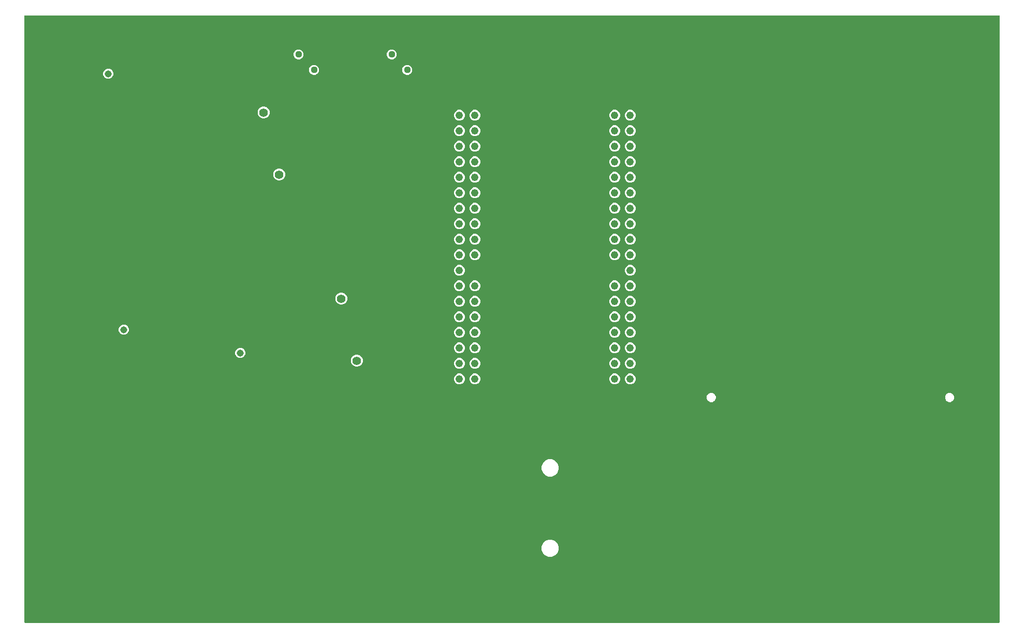
<source format=gbr>
G04 EAGLE Gerber RS-274X export*
G75*
%MOMM*%
%FSLAX34Y34*%
%LPD*%
%INCopper Layer 2*%
%IPPOS*%
%AMOC8*
5,1,8,0,0,1.08239X$1,22.5*%
G01*
%ADD10C,1.137919*%
%ADD11C,1.422400*%
%ADD12C,1.120000*%
%ADD13C,1.244600*%

G36*
X1596308Y2556D02*
X1596308Y2556D01*
X1596427Y2563D01*
X1596465Y2576D01*
X1596506Y2581D01*
X1596616Y2624D01*
X1596729Y2661D01*
X1596764Y2683D01*
X1596801Y2698D01*
X1596897Y2767D01*
X1596998Y2831D01*
X1597026Y2861D01*
X1597059Y2884D01*
X1597135Y2976D01*
X1597216Y3063D01*
X1597236Y3098D01*
X1597261Y3129D01*
X1597312Y3237D01*
X1597370Y3341D01*
X1597380Y3381D01*
X1597397Y3417D01*
X1597419Y3534D01*
X1597449Y3649D01*
X1597453Y3709D01*
X1597457Y3729D01*
X1597455Y3750D01*
X1597459Y3810D01*
X1597459Y996190D01*
X1597444Y996308D01*
X1597437Y996427D01*
X1597424Y996465D01*
X1597419Y996506D01*
X1597376Y996616D01*
X1597339Y996729D01*
X1597317Y996764D01*
X1597302Y996801D01*
X1597233Y996897D01*
X1597169Y996998D01*
X1597139Y997026D01*
X1597116Y997059D01*
X1597024Y997135D01*
X1596937Y997216D01*
X1596902Y997236D01*
X1596871Y997261D01*
X1596763Y997312D01*
X1596659Y997370D01*
X1596619Y997380D01*
X1596583Y997397D01*
X1596466Y997419D01*
X1596351Y997449D01*
X1596291Y997453D01*
X1596271Y997457D01*
X1596250Y997455D01*
X1596190Y997459D01*
X3810Y997459D01*
X3692Y997444D01*
X3573Y997437D01*
X3535Y997424D01*
X3494Y997419D01*
X3384Y997376D01*
X3271Y997339D01*
X3236Y997317D01*
X3199Y997302D01*
X3103Y997233D01*
X3002Y997169D01*
X2974Y997139D01*
X2941Y997116D01*
X2865Y997024D01*
X2784Y996937D01*
X2764Y996902D01*
X2739Y996871D01*
X2688Y996763D01*
X2630Y996659D01*
X2620Y996619D01*
X2603Y996583D01*
X2581Y996466D01*
X2551Y996351D01*
X2547Y996291D01*
X2543Y996271D01*
X2545Y996250D01*
X2541Y996190D01*
X2541Y3810D01*
X2556Y3692D01*
X2563Y3573D01*
X2576Y3535D01*
X2581Y3494D01*
X2624Y3384D01*
X2661Y3271D01*
X2683Y3236D01*
X2698Y3199D01*
X2767Y3103D01*
X2831Y3002D01*
X2861Y2974D01*
X2884Y2941D01*
X2976Y2865D01*
X3063Y2784D01*
X3098Y2764D01*
X3129Y2739D01*
X3237Y2688D01*
X3341Y2630D01*
X3381Y2620D01*
X3417Y2603D01*
X3534Y2581D01*
X3649Y2551D01*
X3709Y2547D01*
X3729Y2543D01*
X3750Y2545D01*
X3810Y2541D01*
X1596190Y2541D01*
X1596308Y2556D01*
G37*
%LPC*%
G36*
X859607Y242159D02*
X859607Y242159D01*
X854447Y244297D01*
X850497Y248247D01*
X848359Y253407D01*
X848359Y258993D01*
X850497Y264153D01*
X854447Y268103D01*
X859607Y270241D01*
X865193Y270241D01*
X870353Y268103D01*
X874303Y264153D01*
X876441Y258993D01*
X876441Y253407D01*
X874303Y248247D01*
X870353Y244297D01*
X865193Y242159D01*
X859607Y242159D01*
G37*
%LPD*%
%LPC*%
G36*
X859607Y110759D02*
X859607Y110759D01*
X854447Y112897D01*
X850497Y116847D01*
X848359Y122007D01*
X848359Y127593D01*
X850497Y132753D01*
X854447Y136703D01*
X859607Y138841D01*
X865193Y138841D01*
X870353Y136703D01*
X874303Y132753D01*
X876441Y127593D01*
X876441Y122007D01*
X874303Y116847D01*
X870353Y112897D01*
X865193Y110759D01*
X859607Y110759D01*
G37*
%LPD*%
%LPC*%
G36*
X417180Y726947D02*
X417180Y726947D01*
X413632Y728417D01*
X410917Y731132D01*
X409447Y734680D01*
X409447Y738520D01*
X410917Y742068D01*
X413632Y744783D01*
X417180Y746253D01*
X421020Y746253D01*
X424568Y744783D01*
X427283Y742068D01*
X428753Y738520D01*
X428753Y734680D01*
X427283Y731132D01*
X424568Y728417D01*
X421020Y726947D01*
X417180Y726947D01*
G37*
%LPD*%
%LPC*%
G36*
X544180Y422147D02*
X544180Y422147D01*
X540632Y423617D01*
X537917Y426332D01*
X536447Y429880D01*
X536447Y433720D01*
X537917Y437268D01*
X540632Y439983D01*
X544180Y441453D01*
X548020Y441453D01*
X551568Y439983D01*
X554283Y437268D01*
X555753Y433720D01*
X555753Y429880D01*
X554283Y426332D01*
X551568Y423617D01*
X548020Y422147D01*
X544180Y422147D01*
G37*
%LPD*%
%LPC*%
G36*
X518780Y523747D02*
X518780Y523747D01*
X515232Y525217D01*
X512517Y527932D01*
X511047Y531480D01*
X511047Y535320D01*
X512517Y538868D01*
X515232Y541583D01*
X518780Y543053D01*
X522620Y543053D01*
X526168Y541583D01*
X528883Y538868D01*
X530353Y535320D01*
X530353Y531480D01*
X528883Y527932D01*
X526168Y525217D01*
X522620Y523747D01*
X518780Y523747D01*
G37*
%LPD*%
%LPC*%
G36*
X391780Y828547D02*
X391780Y828547D01*
X388232Y830017D01*
X385517Y832732D01*
X384047Y836280D01*
X384047Y840120D01*
X385517Y843668D01*
X388232Y846383D01*
X391780Y847853D01*
X395620Y847853D01*
X399168Y846383D01*
X401883Y843668D01*
X403353Y840120D01*
X403353Y836280D01*
X401883Y832732D01*
X399168Y830017D01*
X395620Y828547D01*
X391780Y828547D01*
G37*
%LPD*%
%LPC*%
G36*
X966257Y418636D02*
X966257Y418636D01*
X963036Y419970D01*
X960570Y422436D01*
X959236Y425657D01*
X959236Y429143D01*
X960570Y432364D01*
X963036Y434830D01*
X966257Y436164D01*
X969743Y436164D01*
X972964Y434830D01*
X975430Y432364D01*
X976764Y429143D01*
X976764Y425657D01*
X975430Y422436D01*
X972964Y419970D01*
X969743Y418636D01*
X966257Y418636D01*
G37*
%LPD*%
%LPC*%
G36*
X991657Y825036D02*
X991657Y825036D01*
X988436Y826370D01*
X985970Y828836D01*
X984636Y832057D01*
X984636Y835543D01*
X985970Y838764D01*
X988436Y841230D01*
X991657Y842564D01*
X995143Y842564D01*
X998364Y841230D01*
X1000830Y838764D01*
X1002164Y835543D01*
X1002164Y832057D01*
X1000830Y828836D01*
X998364Y826370D01*
X995143Y825036D01*
X991657Y825036D01*
G37*
%LPD*%
%LPC*%
G36*
X966257Y825036D02*
X966257Y825036D01*
X963036Y826370D01*
X960570Y828836D01*
X959236Y832057D01*
X959236Y835543D01*
X960570Y838764D01*
X963036Y841230D01*
X966257Y842564D01*
X969743Y842564D01*
X972964Y841230D01*
X975430Y838764D01*
X976764Y835543D01*
X976764Y832057D01*
X975430Y828836D01*
X972964Y826370D01*
X969743Y825036D01*
X966257Y825036D01*
G37*
%LPD*%
%LPC*%
G36*
X737657Y825036D02*
X737657Y825036D01*
X734436Y826370D01*
X731970Y828836D01*
X730636Y832057D01*
X730636Y835543D01*
X731970Y838764D01*
X734436Y841230D01*
X737657Y842564D01*
X741143Y842564D01*
X744364Y841230D01*
X746830Y838764D01*
X748164Y835543D01*
X748164Y832057D01*
X746830Y828836D01*
X744364Y826370D01*
X741143Y825036D01*
X737657Y825036D01*
G37*
%LPD*%
%LPC*%
G36*
X712257Y825036D02*
X712257Y825036D01*
X709036Y826370D01*
X706570Y828836D01*
X705236Y832057D01*
X705236Y835543D01*
X706570Y838764D01*
X709036Y841230D01*
X712257Y842564D01*
X715743Y842564D01*
X718964Y841230D01*
X721430Y838764D01*
X722764Y835543D01*
X722764Y832057D01*
X721430Y828836D01*
X718964Y826370D01*
X715743Y825036D01*
X712257Y825036D01*
G37*
%LPD*%
%LPC*%
G36*
X737657Y799636D02*
X737657Y799636D01*
X734436Y800970D01*
X731970Y803436D01*
X730636Y806657D01*
X730636Y810143D01*
X731970Y813364D01*
X734436Y815830D01*
X737657Y817164D01*
X741143Y817164D01*
X744364Y815830D01*
X746830Y813364D01*
X748164Y810143D01*
X748164Y806657D01*
X746830Y803436D01*
X744364Y800970D01*
X741143Y799636D01*
X737657Y799636D01*
G37*
%LPD*%
%LPC*%
G36*
X712257Y799636D02*
X712257Y799636D01*
X709036Y800970D01*
X706570Y803436D01*
X705236Y806657D01*
X705236Y810143D01*
X706570Y813364D01*
X709036Y815830D01*
X712257Y817164D01*
X715743Y817164D01*
X718964Y815830D01*
X721430Y813364D01*
X722764Y810143D01*
X722764Y806657D01*
X721430Y803436D01*
X718964Y800970D01*
X715743Y799636D01*
X712257Y799636D01*
G37*
%LPD*%
%LPC*%
G36*
X991657Y799636D02*
X991657Y799636D01*
X988436Y800970D01*
X985970Y803436D01*
X984636Y806657D01*
X984636Y810143D01*
X985970Y813364D01*
X988436Y815830D01*
X991657Y817164D01*
X995143Y817164D01*
X998364Y815830D01*
X1000830Y813364D01*
X1002164Y810143D01*
X1002164Y806657D01*
X1000830Y803436D01*
X998364Y800970D01*
X995143Y799636D01*
X991657Y799636D01*
G37*
%LPD*%
%LPC*%
G36*
X966257Y799636D02*
X966257Y799636D01*
X963036Y800970D01*
X960570Y803436D01*
X959236Y806657D01*
X959236Y810143D01*
X960570Y813364D01*
X963036Y815830D01*
X966257Y817164D01*
X969743Y817164D01*
X972964Y815830D01*
X975430Y813364D01*
X976764Y810143D01*
X976764Y806657D01*
X975430Y803436D01*
X972964Y800970D01*
X969743Y799636D01*
X966257Y799636D01*
G37*
%LPD*%
%LPC*%
G36*
X737657Y774236D02*
X737657Y774236D01*
X734436Y775570D01*
X731970Y778036D01*
X730636Y781257D01*
X730636Y784743D01*
X731970Y787964D01*
X734436Y790430D01*
X737657Y791764D01*
X741143Y791764D01*
X744364Y790430D01*
X746830Y787964D01*
X748164Y784743D01*
X748164Y781257D01*
X746830Y778036D01*
X744364Y775570D01*
X741143Y774236D01*
X737657Y774236D01*
G37*
%LPD*%
%LPC*%
G36*
X712257Y774236D02*
X712257Y774236D01*
X709036Y775570D01*
X706570Y778036D01*
X705236Y781257D01*
X705236Y784743D01*
X706570Y787964D01*
X709036Y790430D01*
X712257Y791764D01*
X715743Y791764D01*
X718964Y790430D01*
X721430Y787964D01*
X722764Y784743D01*
X722764Y781257D01*
X721430Y778036D01*
X718964Y775570D01*
X715743Y774236D01*
X712257Y774236D01*
G37*
%LPD*%
%LPC*%
G36*
X991657Y774236D02*
X991657Y774236D01*
X988436Y775570D01*
X985970Y778036D01*
X984636Y781257D01*
X984636Y784743D01*
X985970Y787964D01*
X988436Y790430D01*
X991657Y791764D01*
X995143Y791764D01*
X998364Y790430D01*
X1000830Y787964D01*
X1002164Y784743D01*
X1002164Y781257D01*
X1000830Y778036D01*
X998364Y775570D01*
X995143Y774236D01*
X991657Y774236D01*
G37*
%LPD*%
%LPC*%
G36*
X966257Y774236D02*
X966257Y774236D01*
X963036Y775570D01*
X960570Y778036D01*
X959236Y781257D01*
X959236Y784743D01*
X960570Y787964D01*
X963036Y790430D01*
X966257Y791764D01*
X969743Y791764D01*
X972964Y790430D01*
X975430Y787964D01*
X976764Y784743D01*
X976764Y781257D01*
X975430Y778036D01*
X972964Y775570D01*
X969743Y774236D01*
X966257Y774236D01*
G37*
%LPD*%
%LPC*%
G36*
X991657Y748836D02*
X991657Y748836D01*
X988436Y750170D01*
X985970Y752636D01*
X984636Y755857D01*
X984636Y759343D01*
X985970Y762564D01*
X988436Y765030D01*
X991657Y766364D01*
X995143Y766364D01*
X998364Y765030D01*
X1000830Y762564D01*
X1002164Y759343D01*
X1002164Y755857D01*
X1000830Y752636D01*
X998364Y750170D01*
X995143Y748836D01*
X991657Y748836D01*
G37*
%LPD*%
%LPC*%
G36*
X966257Y748836D02*
X966257Y748836D01*
X963036Y750170D01*
X960570Y752636D01*
X959236Y755857D01*
X959236Y759343D01*
X960570Y762564D01*
X963036Y765030D01*
X966257Y766364D01*
X969743Y766364D01*
X972964Y765030D01*
X975430Y762564D01*
X976764Y759343D01*
X976764Y755857D01*
X975430Y752636D01*
X972964Y750170D01*
X969743Y748836D01*
X966257Y748836D01*
G37*
%LPD*%
%LPC*%
G36*
X737657Y748836D02*
X737657Y748836D01*
X734436Y750170D01*
X731970Y752636D01*
X730636Y755857D01*
X730636Y759343D01*
X731970Y762564D01*
X734436Y765030D01*
X737657Y766364D01*
X741143Y766364D01*
X744364Y765030D01*
X746830Y762564D01*
X748164Y759343D01*
X748164Y755857D01*
X746830Y752636D01*
X744364Y750170D01*
X741143Y748836D01*
X737657Y748836D01*
G37*
%LPD*%
%LPC*%
G36*
X712257Y748836D02*
X712257Y748836D01*
X709036Y750170D01*
X706570Y752636D01*
X705236Y755857D01*
X705236Y759343D01*
X706570Y762564D01*
X709036Y765030D01*
X712257Y766364D01*
X715743Y766364D01*
X718964Y765030D01*
X721430Y762564D01*
X722764Y759343D01*
X722764Y755857D01*
X721430Y752636D01*
X718964Y750170D01*
X715743Y748836D01*
X712257Y748836D01*
G37*
%LPD*%
%LPC*%
G36*
X991657Y723436D02*
X991657Y723436D01*
X988436Y724770D01*
X985970Y727236D01*
X984636Y730457D01*
X984636Y733943D01*
X985970Y737164D01*
X988436Y739630D01*
X991657Y740964D01*
X995143Y740964D01*
X998364Y739630D01*
X1000830Y737164D01*
X1002164Y733943D01*
X1002164Y730457D01*
X1000830Y727236D01*
X998364Y724770D01*
X995143Y723436D01*
X991657Y723436D01*
G37*
%LPD*%
%LPC*%
G36*
X966257Y723436D02*
X966257Y723436D01*
X963036Y724770D01*
X960570Y727236D01*
X959236Y730457D01*
X959236Y733943D01*
X960570Y737164D01*
X963036Y739630D01*
X966257Y740964D01*
X969743Y740964D01*
X972964Y739630D01*
X975430Y737164D01*
X976764Y733943D01*
X976764Y730457D01*
X975430Y727236D01*
X972964Y724770D01*
X969743Y723436D01*
X966257Y723436D01*
G37*
%LPD*%
%LPC*%
G36*
X737657Y723436D02*
X737657Y723436D01*
X734436Y724770D01*
X731970Y727236D01*
X730636Y730457D01*
X730636Y733943D01*
X731970Y737164D01*
X734436Y739630D01*
X737657Y740964D01*
X741143Y740964D01*
X744364Y739630D01*
X746830Y737164D01*
X748164Y733943D01*
X748164Y730457D01*
X746830Y727236D01*
X744364Y724770D01*
X741143Y723436D01*
X737657Y723436D01*
G37*
%LPD*%
%LPC*%
G36*
X712257Y723436D02*
X712257Y723436D01*
X709036Y724770D01*
X706570Y727236D01*
X705236Y730457D01*
X705236Y733943D01*
X706570Y737164D01*
X709036Y739630D01*
X712257Y740964D01*
X715743Y740964D01*
X718964Y739630D01*
X721430Y737164D01*
X722764Y733943D01*
X722764Y730457D01*
X721430Y727236D01*
X718964Y724770D01*
X715743Y723436D01*
X712257Y723436D01*
G37*
%LPD*%
%LPC*%
G36*
X991657Y698036D02*
X991657Y698036D01*
X988436Y699370D01*
X985970Y701836D01*
X984636Y705057D01*
X984636Y708543D01*
X985970Y711764D01*
X988436Y714230D01*
X991657Y715564D01*
X995143Y715564D01*
X998364Y714230D01*
X1000830Y711764D01*
X1002164Y708543D01*
X1002164Y705057D01*
X1000830Y701836D01*
X998364Y699370D01*
X995143Y698036D01*
X991657Y698036D01*
G37*
%LPD*%
%LPC*%
G36*
X966257Y698036D02*
X966257Y698036D01*
X963036Y699370D01*
X960570Y701836D01*
X959236Y705057D01*
X959236Y708543D01*
X960570Y711764D01*
X963036Y714230D01*
X966257Y715564D01*
X969743Y715564D01*
X972964Y714230D01*
X975430Y711764D01*
X976764Y708543D01*
X976764Y705057D01*
X975430Y701836D01*
X972964Y699370D01*
X969743Y698036D01*
X966257Y698036D01*
G37*
%LPD*%
%LPC*%
G36*
X737657Y698036D02*
X737657Y698036D01*
X734436Y699370D01*
X731970Y701836D01*
X730636Y705057D01*
X730636Y708543D01*
X731970Y711764D01*
X734436Y714230D01*
X737657Y715564D01*
X741143Y715564D01*
X744364Y714230D01*
X746830Y711764D01*
X748164Y708543D01*
X748164Y705057D01*
X746830Y701836D01*
X744364Y699370D01*
X741143Y698036D01*
X737657Y698036D01*
G37*
%LPD*%
%LPC*%
G36*
X712257Y698036D02*
X712257Y698036D01*
X709036Y699370D01*
X706570Y701836D01*
X705236Y705057D01*
X705236Y708543D01*
X706570Y711764D01*
X709036Y714230D01*
X712257Y715564D01*
X715743Y715564D01*
X718964Y714230D01*
X721430Y711764D01*
X722764Y708543D01*
X722764Y705057D01*
X721430Y701836D01*
X718964Y699370D01*
X715743Y698036D01*
X712257Y698036D01*
G37*
%LPD*%
%LPC*%
G36*
X991657Y672636D02*
X991657Y672636D01*
X988436Y673970D01*
X985970Y676436D01*
X984636Y679657D01*
X984636Y683143D01*
X985970Y686364D01*
X988436Y688830D01*
X991657Y690164D01*
X995143Y690164D01*
X998364Y688830D01*
X1000830Y686364D01*
X1002164Y683143D01*
X1002164Y679657D01*
X1000830Y676436D01*
X998364Y673970D01*
X995143Y672636D01*
X991657Y672636D01*
G37*
%LPD*%
%LPC*%
G36*
X966257Y672636D02*
X966257Y672636D01*
X963036Y673970D01*
X960570Y676436D01*
X959236Y679657D01*
X959236Y683143D01*
X960570Y686364D01*
X963036Y688830D01*
X966257Y690164D01*
X969743Y690164D01*
X972964Y688830D01*
X975430Y686364D01*
X976764Y683143D01*
X976764Y679657D01*
X975430Y676436D01*
X972964Y673970D01*
X969743Y672636D01*
X966257Y672636D01*
G37*
%LPD*%
%LPC*%
G36*
X737657Y672636D02*
X737657Y672636D01*
X734436Y673970D01*
X731970Y676436D01*
X730636Y679657D01*
X730636Y683143D01*
X731970Y686364D01*
X734436Y688830D01*
X737657Y690164D01*
X741143Y690164D01*
X744364Y688830D01*
X746830Y686364D01*
X748164Y683143D01*
X748164Y679657D01*
X746830Y676436D01*
X744364Y673970D01*
X741143Y672636D01*
X737657Y672636D01*
G37*
%LPD*%
%LPC*%
G36*
X712257Y672636D02*
X712257Y672636D01*
X709036Y673970D01*
X706570Y676436D01*
X705236Y679657D01*
X705236Y683143D01*
X706570Y686364D01*
X709036Y688830D01*
X712257Y690164D01*
X715743Y690164D01*
X718964Y688830D01*
X721430Y686364D01*
X722764Y683143D01*
X722764Y679657D01*
X721430Y676436D01*
X718964Y673970D01*
X715743Y672636D01*
X712257Y672636D01*
G37*
%LPD*%
%LPC*%
G36*
X737657Y647236D02*
X737657Y647236D01*
X734436Y648570D01*
X731970Y651036D01*
X730636Y654257D01*
X730636Y657743D01*
X731970Y660964D01*
X734436Y663430D01*
X737657Y664764D01*
X741143Y664764D01*
X744364Y663430D01*
X746830Y660964D01*
X748164Y657743D01*
X748164Y654257D01*
X746830Y651036D01*
X744364Y648570D01*
X741143Y647236D01*
X737657Y647236D01*
G37*
%LPD*%
%LPC*%
G36*
X712257Y647236D02*
X712257Y647236D01*
X709036Y648570D01*
X706570Y651036D01*
X705236Y654257D01*
X705236Y657743D01*
X706570Y660964D01*
X709036Y663430D01*
X712257Y664764D01*
X715743Y664764D01*
X718964Y663430D01*
X721430Y660964D01*
X722764Y657743D01*
X722764Y654257D01*
X721430Y651036D01*
X718964Y648570D01*
X715743Y647236D01*
X712257Y647236D01*
G37*
%LPD*%
%LPC*%
G36*
X991657Y647236D02*
X991657Y647236D01*
X988436Y648570D01*
X985970Y651036D01*
X984636Y654257D01*
X984636Y657743D01*
X985970Y660964D01*
X988436Y663430D01*
X991657Y664764D01*
X995143Y664764D01*
X998364Y663430D01*
X1000830Y660964D01*
X1002164Y657743D01*
X1002164Y654257D01*
X1000830Y651036D01*
X998364Y648570D01*
X995143Y647236D01*
X991657Y647236D01*
G37*
%LPD*%
%LPC*%
G36*
X966257Y647236D02*
X966257Y647236D01*
X963036Y648570D01*
X960570Y651036D01*
X959236Y654257D01*
X959236Y657743D01*
X960570Y660964D01*
X963036Y663430D01*
X966257Y664764D01*
X969743Y664764D01*
X972964Y663430D01*
X975430Y660964D01*
X976764Y657743D01*
X976764Y654257D01*
X975430Y651036D01*
X972964Y648570D01*
X969743Y647236D01*
X966257Y647236D01*
G37*
%LPD*%
%LPC*%
G36*
X737657Y621836D02*
X737657Y621836D01*
X734436Y623170D01*
X731970Y625636D01*
X730636Y628857D01*
X730636Y632343D01*
X731970Y635564D01*
X734436Y638030D01*
X737657Y639364D01*
X741143Y639364D01*
X744364Y638030D01*
X746830Y635564D01*
X748164Y632343D01*
X748164Y628857D01*
X746830Y625636D01*
X744364Y623170D01*
X741143Y621836D01*
X737657Y621836D01*
G37*
%LPD*%
%LPC*%
G36*
X712257Y621836D02*
X712257Y621836D01*
X709036Y623170D01*
X706570Y625636D01*
X705236Y628857D01*
X705236Y632343D01*
X706570Y635564D01*
X709036Y638030D01*
X712257Y639364D01*
X715743Y639364D01*
X718964Y638030D01*
X721430Y635564D01*
X722764Y632343D01*
X722764Y628857D01*
X721430Y625636D01*
X718964Y623170D01*
X715743Y621836D01*
X712257Y621836D01*
G37*
%LPD*%
%LPC*%
G36*
X991657Y621836D02*
X991657Y621836D01*
X988436Y623170D01*
X985970Y625636D01*
X984636Y628857D01*
X984636Y632343D01*
X985970Y635564D01*
X988436Y638030D01*
X991657Y639364D01*
X995143Y639364D01*
X998364Y638030D01*
X1000830Y635564D01*
X1002164Y632343D01*
X1002164Y628857D01*
X1000830Y625636D01*
X998364Y623170D01*
X995143Y621836D01*
X991657Y621836D01*
G37*
%LPD*%
%LPC*%
G36*
X966257Y621836D02*
X966257Y621836D01*
X963036Y623170D01*
X960570Y625636D01*
X959236Y628857D01*
X959236Y632343D01*
X960570Y635564D01*
X963036Y638030D01*
X966257Y639364D01*
X969743Y639364D01*
X972964Y638030D01*
X975430Y635564D01*
X976764Y632343D01*
X976764Y628857D01*
X975430Y625636D01*
X972964Y623170D01*
X969743Y621836D01*
X966257Y621836D01*
G37*
%LPD*%
%LPC*%
G36*
X991657Y596436D02*
X991657Y596436D01*
X988436Y597770D01*
X985970Y600236D01*
X984636Y603457D01*
X984636Y606943D01*
X985970Y610164D01*
X988436Y612630D01*
X991657Y613964D01*
X995143Y613964D01*
X998364Y612630D01*
X1000830Y610164D01*
X1002164Y606943D01*
X1002164Y603457D01*
X1000830Y600236D01*
X998364Y597770D01*
X995143Y596436D01*
X991657Y596436D01*
G37*
%LPD*%
%LPC*%
G36*
X966257Y596436D02*
X966257Y596436D01*
X963036Y597770D01*
X960570Y600236D01*
X959236Y603457D01*
X959236Y606943D01*
X960570Y610164D01*
X963036Y612630D01*
X966257Y613964D01*
X969743Y613964D01*
X972964Y612630D01*
X975430Y610164D01*
X976764Y606943D01*
X976764Y603457D01*
X975430Y600236D01*
X972964Y597770D01*
X969743Y596436D01*
X966257Y596436D01*
G37*
%LPD*%
%LPC*%
G36*
X737657Y596436D02*
X737657Y596436D01*
X734436Y597770D01*
X731970Y600236D01*
X730636Y603457D01*
X730636Y606943D01*
X731970Y610164D01*
X734436Y612630D01*
X737657Y613964D01*
X741143Y613964D01*
X744364Y612630D01*
X746830Y610164D01*
X748164Y606943D01*
X748164Y603457D01*
X746830Y600236D01*
X744364Y597770D01*
X741143Y596436D01*
X737657Y596436D01*
G37*
%LPD*%
%LPC*%
G36*
X712257Y596436D02*
X712257Y596436D01*
X709036Y597770D01*
X706570Y600236D01*
X705236Y603457D01*
X705236Y606943D01*
X706570Y610164D01*
X709036Y612630D01*
X712257Y613964D01*
X715743Y613964D01*
X718964Y612630D01*
X721430Y610164D01*
X722764Y606943D01*
X722764Y603457D01*
X721430Y600236D01*
X718964Y597770D01*
X715743Y596436D01*
X712257Y596436D01*
G37*
%LPD*%
%LPC*%
G36*
X991657Y571036D02*
X991657Y571036D01*
X988436Y572370D01*
X985970Y574836D01*
X984636Y578057D01*
X984636Y581543D01*
X985970Y584764D01*
X988436Y587230D01*
X991657Y588564D01*
X995143Y588564D01*
X998364Y587230D01*
X1000830Y584764D01*
X1002164Y581543D01*
X1002164Y578057D01*
X1000830Y574836D01*
X998364Y572370D01*
X995143Y571036D01*
X991657Y571036D01*
G37*
%LPD*%
%LPC*%
G36*
X712257Y571036D02*
X712257Y571036D01*
X709036Y572370D01*
X706570Y574836D01*
X705236Y578057D01*
X705236Y581543D01*
X706570Y584764D01*
X709036Y587230D01*
X712257Y588564D01*
X715743Y588564D01*
X718964Y587230D01*
X721430Y584764D01*
X722764Y581543D01*
X722764Y578057D01*
X721430Y574836D01*
X718964Y572370D01*
X715743Y571036D01*
X712257Y571036D01*
G37*
%LPD*%
%LPC*%
G36*
X737657Y545636D02*
X737657Y545636D01*
X734436Y546970D01*
X731970Y549436D01*
X730636Y552657D01*
X730636Y556143D01*
X731970Y559364D01*
X734436Y561830D01*
X737657Y563164D01*
X741143Y563164D01*
X744364Y561830D01*
X746830Y559364D01*
X748164Y556143D01*
X748164Y552657D01*
X746830Y549436D01*
X744364Y546970D01*
X741143Y545636D01*
X737657Y545636D01*
G37*
%LPD*%
%LPC*%
G36*
X712257Y545636D02*
X712257Y545636D01*
X709036Y546970D01*
X706570Y549436D01*
X705236Y552657D01*
X705236Y556143D01*
X706570Y559364D01*
X709036Y561830D01*
X712257Y563164D01*
X715743Y563164D01*
X718964Y561830D01*
X721430Y559364D01*
X722764Y556143D01*
X722764Y552657D01*
X721430Y549436D01*
X718964Y546970D01*
X715743Y545636D01*
X712257Y545636D01*
G37*
%LPD*%
%LPC*%
G36*
X991657Y545636D02*
X991657Y545636D01*
X988436Y546970D01*
X985970Y549436D01*
X984636Y552657D01*
X984636Y556143D01*
X985970Y559364D01*
X988436Y561830D01*
X991657Y563164D01*
X995143Y563164D01*
X998364Y561830D01*
X1000830Y559364D01*
X1002164Y556143D01*
X1002164Y552657D01*
X1000830Y549436D01*
X998364Y546970D01*
X995143Y545636D01*
X991657Y545636D01*
G37*
%LPD*%
%LPC*%
G36*
X966257Y545636D02*
X966257Y545636D01*
X963036Y546970D01*
X960570Y549436D01*
X959236Y552657D01*
X959236Y556143D01*
X960570Y559364D01*
X963036Y561830D01*
X966257Y563164D01*
X969743Y563164D01*
X972964Y561830D01*
X975430Y559364D01*
X976764Y556143D01*
X976764Y552657D01*
X975430Y549436D01*
X972964Y546970D01*
X969743Y545636D01*
X966257Y545636D01*
G37*
%LPD*%
%LPC*%
G36*
X991657Y520236D02*
X991657Y520236D01*
X988436Y521570D01*
X985970Y524036D01*
X984636Y527257D01*
X984636Y530743D01*
X985970Y533964D01*
X988436Y536430D01*
X991657Y537764D01*
X995143Y537764D01*
X998364Y536430D01*
X1000830Y533964D01*
X1002164Y530743D01*
X1002164Y527257D01*
X1000830Y524036D01*
X998364Y521570D01*
X995143Y520236D01*
X991657Y520236D01*
G37*
%LPD*%
%LPC*%
G36*
X966257Y520236D02*
X966257Y520236D01*
X963036Y521570D01*
X960570Y524036D01*
X959236Y527257D01*
X959236Y530743D01*
X960570Y533964D01*
X963036Y536430D01*
X966257Y537764D01*
X969743Y537764D01*
X972964Y536430D01*
X975430Y533964D01*
X976764Y530743D01*
X976764Y527257D01*
X975430Y524036D01*
X972964Y521570D01*
X969743Y520236D01*
X966257Y520236D01*
G37*
%LPD*%
%LPC*%
G36*
X737657Y520236D02*
X737657Y520236D01*
X734436Y521570D01*
X731970Y524036D01*
X730636Y527257D01*
X730636Y530743D01*
X731970Y533964D01*
X734436Y536430D01*
X737657Y537764D01*
X741143Y537764D01*
X744364Y536430D01*
X746830Y533964D01*
X748164Y530743D01*
X748164Y527257D01*
X746830Y524036D01*
X744364Y521570D01*
X741143Y520236D01*
X737657Y520236D01*
G37*
%LPD*%
%LPC*%
G36*
X712257Y520236D02*
X712257Y520236D01*
X709036Y521570D01*
X706570Y524036D01*
X705236Y527257D01*
X705236Y530743D01*
X706570Y533964D01*
X709036Y536430D01*
X712257Y537764D01*
X715743Y537764D01*
X718964Y536430D01*
X721430Y533964D01*
X722764Y530743D01*
X722764Y527257D01*
X721430Y524036D01*
X718964Y521570D01*
X715743Y520236D01*
X712257Y520236D01*
G37*
%LPD*%
%LPC*%
G36*
X991657Y494836D02*
X991657Y494836D01*
X988436Y496170D01*
X985970Y498636D01*
X984636Y501857D01*
X984636Y505343D01*
X985970Y508564D01*
X988436Y511030D01*
X991657Y512364D01*
X995143Y512364D01*
X998364Y511030D01*
X1000830Y508564D01*
X1002164Y505343D01*
X1002164Y501857D01*
X1000830Y498636D01*
X998364Y496170D01*
X995143Y494836D01*
X991657Y494836D01*
G37*
%LPD*%
%LPC*%
G36*
X966257Y494836D02*
X966257Y494836D01*
X963036Y496170D01*
X960570Y498636D01*
X959236Y501857D01*
X959236Y505343D01*
X960570Y508564D01*
X963036Y511030D01*
X966257Y512364D01*
X969743Y512364D01*
X972964Y511030D01*
X975430Y508564D01*
X976764Y505343D01*
X976764Y501857D01*
X975430Y498636D01*
X972964Y496170D01*
X969743Y494836D01*
X966257Y494836D01*
G37*
%LPD*%
%LPC*%
G36*
X737657Y494836D02*
X737657Y494836D01*
X734436Y496170D01*
X731970Y498636D01*
X730636Y501857D01*
X730636Y505343D01*
X731970Y508564D01*
X734436Y511030D01*
X737657Y512364D01*
X741143Y512364D01*
X744364Y511030D01*
X746830Y508564D01*
X748164Y505343D01*
X748164Y501857D01*
X746830Y498636D01*
X744364Y496170D01*
X741143Y494836D01*
X737657Y494836D01*
G37*
%LPD*%
%LPC*%
G36*
X712257Y494836D02*
X712257Y494836D01*
X709036Y496170D01*
X706570Y498636D01*
X705236Y501857D01*
X705236Y505343D01*
X706570Y508564D01*
X709036Y511030D01*
X712257Y512364D01*
X715743Y512364D01*
X718964Y511030D01*
X721430Y508564D01*
X722764Y505343D01*
X722764Y501857D01*
X721430Y498636D01*
X718964Y496170D01*
X715743Y494836D01*
X712257Y494836D01*
G37*
%LPD*%
%LPC*%
G36*
X737657Y469436D02*
X737657Y469436D01*
X734436Y470770D01*
X731970Y473236D01*
X730636Y476457D01*
X730636Y479943D01*
X731970Y483164D01*
X734436Y485630D01*
X737657Y486964D01*
X741143Y486964D01*
X744364Y485630D01*
X746830Y483164D01*
X748164Y479943D01*
X748164Y476457D01*
X746830Y473236D01*
X744364Y470770D01*
X741143Y469436D01*
X737657Y469436D01*
G37*
%LPD*%
%LPC*%
G36*
X991657Y469436D02*
X991657Y469436D01*
X988436Y470770D01*
X985970Y473236D01*
X984636Y476457D01*
X984636Y479943D01*
X985970Y483164D01*
X988436Y485630D01*
X991657Y486964D01*
X995143Y486964D01*
X998364Y485630D01*
X1000830Y483164D01*
X1002164Y479943D01*
X1002164Y476457D01*
X1000830Y473236D01*
X998364Y470770D01*
X995143Y469436D01*
X991657Y469436D01*
G37*
%LPD*%
%LPC*%
G36*
X966257Y469436D02*
X966257Y469436D01*
X963036Y470770D01*
X960570Y473236D01*
X959236Y476457D01*
X959236Y479943D01*
X960570Y483164D01*
X963036Y485630D01*
X966257Y486964D01*
X969743Y486964D01*
X972964Y485630D01*
X975430Y483164D01*
X976764Y479943D01*
X976764Y476457D01*
X975430Y473236D01*
X972964Y470770D01*
X969743Y469436D01*
X966257Y469436D01*
G37*
%LPD*%
%LPC*%
G36*
X991657Y444036D02*
X991657Y444036D01*
X988436Y445370D01*
X985970Y447836D01*
X984636Y451057D01*
X984636Y454543D01*
X985970Y457764D01*
X988436Y460230D01*
X991657Y461564D01*
X995143Y461564D01*
X998364Y460230D01*
X1000830Y457764D01*
X1002164Y454543D01*
X1002164Y451057D01*
X1000830Y447836D01*
X998364Y445370D01*
X995143Y444036D01*
X991657Y444036D01*
G37*
%LPD*%
%LPC*%
G36*
X966257Y444036D02*
X966257Y444036D01*
X963036Y445370D01*
X960570Y447836D01*
X959236Y451057D01*
X959236Y454543D01*
X960570Y457764D01*
X963036Y460230D01*
X966257Y461564D01*
X969743Y461564D01*
X972964Y460230D01*
X975430Y457764D01*
X976764Y454543D01*
X976764Y451057D01*
X975430Y447836D01*
X972964Y445370D01*
X969743Y444036D01*
X966257Y444036D01*
G37*
%LPD*%
%LPC*%
G36*
X737657Y444036D02*
X737657Y444036D01*
X734436Y445370D01*
X731970Y447836D01*
X730636Y451057D01*
X730636Y454543D01*
X731970Y457764D01*
X734436Y460230D01*
X737657Y461564D01*
X741143Y461564D01*
X744364Y460230D01*
X746830Y457764D01*
X748164Y454543D01*
X748164Y451057D01*
X746830Y447836D01*
X744364Y445370D01*
X741143Y444036D01*
X737657Y444036D01*
G37*
%LPD*%
%LPC*%
G36*
X712257Y444036D02*
X712257Y444036D01*
X709036Y445370D01*
X706570Y447836D01*
X705236Y451057D01*
X705236Y454543D01*
X706570Y457764D01*
X709036Y460230D01*
X712257Y461564D01*
X715743Y461564D01*
X718964Y460230D01*
X721430Y457764D01*
X722764Y454543D01*
X722764Y451057D01*
X721430Y447836D01*
X718964Y445370D01*
X715743Y444036D01*
X712257Y444036D01*
G37*
%LPD*%
%LPC*%
G36*
X991657Y418636D02*
X991657Y418636D01*
X988436Y419970D01*
X985970Y422436D01*
X984636Y425657D01*
X984636Y429143D01*
X985970Y432364D01*
X988436Y434830D01*
X991657Y436164D01*
X995143Y436164D01*
X998364Y434830D01*
X1000830Y432364D01*
X1002164Y429143D01*
X1002164Y425657D01*
X1000830Y422436D01*
X998364Y419970D01*
X995143Y418636D01*
X991657Y418636D01*
G37*
%LPD*%
%LPC*%
G36*
X712257Y469436D02*
X712257Y469436D01*
X709036Y470770D01*
X706570Y473236D01*
X705236Y476457D01*
X705236Y479943D01*
X706570Y483164D01*
X709036Y485630D01*
X712257Y486964D01*
X715743Y486964D01*
X718964Y485630D01*
X721430Y483164D01*
X722764Y479943D01*
X722764Y476457D01*
X721430Y473236D01*
X718964Y470770D01*
X715743Y469436D01*
X712257Y469436D01*
G37*
%LPD*%
%LPC*%
G36*
X737657Y418636D02*
X737657Y418636D01*
X734436Y419970D01*
X731970Y422436D01*
X730636Y425657D01*
X730636Y429143D01*
X731970Y432364D01*
X734436Y434830D01*
X737657Y436164D01*
X741143Y436164D01*
X744364Y434830D01*
X746830Y432364D01*
X748164Y429143D01*
X748164Y425657D01*
X746830Y422436D01*
X744364Y419970D01*
X741143Y418636D01*
X737657Y418636D01*
G37*
%LPD*%
%LPC*%
G36*
X712257Y418636D02*
X712257Y418636D01*
X709036Y419970D01*
X706570Y422436D01*
X705236Y425657D01*
X705236Y429143D01*
X706570Y432364D01*
X709036Y434830D01*
X712257Y436164D01*
X715743Y436164D01*
X718964Y434830D01*
X721430Y432364D01*
X722764Y429143D01*
X722764Y425657D01*
X721430Y422436D01*
X718964Y419970D01*
X715743Y418636D01*
X712257Y418636D01*
G37*
%LPD*%
%LPC*%
G36*
X991657Y393236D02*
X991657Y393236D01*
X988436Y394570D01*
X985970Y397036D01*
X984636Y400257D01*
X984636Y403743D01*
X985970Y406964D01*
X988436Y409430D01*
X991657Y410764D01*
X995143Y410764D01*
X998364Y409430D01*
X1000830Y406964D01*
X1002164Y403743D01*
X1002164Y400257D01*
X1000830Y397036D01*
X998364Y394570D01*
X995143Y393236D01*
X991657Y393236D01*
G37*
%LPD*%
%LPC*%
G36*
X966257Y393236D02*
X966257Y393236D01*
X963036Y394570D01*
X960570Y397036D01*
X959236Y400257D01*
X959236Y403743D01*
X960570Y406964D01*
X963036Y409430D01*
X966257Y410764D01*
X969743Y410764D01*
X972964Y409430D01*
X975430Y406964D01*
X976764Y403743D01*
X976764Y400257D01*
X975430Y397036D01*
X972964Y394570D01*
X969743Y393236D01*
X966257Y393236D01*
G37*
%LPD*%
%LPC*%
G36*
X737657Y393236D02*
X737657Y393236D01*
X734436Y394570D01*
X731970Y397036D01*
X730636Y400257D01*
X730636Y403743D01*
X731970Y406964D01*
X734436Y409430D01*
X737657Y410764D01*
X741143Y410764D01*
X744364Y409430D01*
X746830Y406964D01*
X748164Y403743D01*
X748164Y400257D01*
X746830Y397036D01*
X744364Y394570D01*
X741143Y393236D01*
X737657Y393236D01*
G37*
%LPD*%
%LPC*%
G36*
X712257Y393236D02*
X712257Y393236D01*
X709036Y394570D01*
X706570Y397036D01*
X705236Y400257D01*
X705236Y403743D01*
X706570Y406964D01*
X709036Y409430D01*
X712257Y410764D01*
X715743Y410764D01*
X718964Y409430D01*
X721430Y406964D01*
X722764Y403743D01*
X722764Y400257D01*
X721430Y397036D01*
X718964Y394570D01*
X715743Y393236D01*
X712257Y393236D01*
G37*
%LPD*%
%LPC*%
G36*
X163463Y474370D02*
X163463Y474370D01*
X160438Y475623D01*
X158123Y477938D01*
X156870Y480963D01*
X156870Y484237D01*
X158123Y487262D01*
X160438Y489577D01*
X163463Y490830D01*
X166737Y490830D01*
X169762Y489577D01*
X172077Y487262D01*
X173330Y484237D01*
X173330Y480963D01*
X172077Y477938D01*
X169762Y475623D01*
X166737Y474370D01*
X163463Y474370D01*
G37*
%LPD*%
%LPC*%
G36*
X138063Y893470D02*
X138063Y893470D01*
X135038Y894723D01*
X132723Y897038D01*
X131470Y900063D01*
X131470Y903337D01*
X132723Y906362D01*
X135038Y908677D01*
X138063Y909930D01*
X141337Y909930D01*
X144362Y908677D01*
X146677Y906362D01*
X147930Y903337D01*
X147930Y900063D01*
X146677Y897038D01*
X144362Y894723D01*
X141337Y893470D01*
X138063Y893470D01*
G37*
%LPD*%
%LPC*%
G36*
X353963Y436270D02*
X353963Y436270D01*
X350938Y437523D01*
X348623Y439838D01*
X347370Y442863D01*
X347370Y446137D01*
X348623Y449162D01*
X350938Y451477D01*
X353963Y452730D01*
X357237Y452730D01*
X360262Y451477D01*
X362577Y449162D01*
X363830Y446137D01*
X363830Y442863D01*
X362577Y439838D01*
X360262Y437523D01*
X357237Y436270D01*
X353963Y436270D01*
G37*
%LPD*%
%LPC*%
G36*
X601781Y925259D02*
X601781Y925259D01*
X598789Y926499D01*
X596499Y928789D01*
X595259Y931781D01*
X595259Y935019D01*
X596499Y938011D01*
X598789Y940301D01*
X601781Y941541D01*
X605019Y941541D01*
X608011Y940301D01*
X610301Y938011D01*
X611541Y935019D01*
X611541Y931781D01*
X610301Y928789D01*
X608011Y926499D01*
X605019Y925259D01*
X601781Y925259D01*
G37*
%LPD*%
%LPC*%
G36*
X627031Y899909D02*
X627031Y899909D01*
X624039Y901149D01*
X621749Y903439D01*
X620509Y906431D01*
X620509Y909669D01*
X621749Y912661D01*
X624039Y914951D01*
X627031Y916191D01*
X630269Y916191D01*
X633261Y914951D01*
X635551Y912661D01*
X636791Y909669D01*
X636791Y906431D01*
X635551Y903439D01*
X633261Y901149D01*
X630269Y899909D01*
X627031Y899909D01*
G37*
%LPD*%
%LPC*%
G36*
X474631Y899909D02*
X474631Y899909D01*
X471639Y901149D01*
X469349Y903439D01*
X468109Y906431D01*
X468109Y909669D01*
X469349Y912661D01*
X471639Y914951D01*
X474631Y916191D01*
X477869Y916191D01*
X480861Y914951D01*
X483151Y912661D01*
X484391Y909669D01*
X484391Y906431D01*
X483151Y903439D01*
X480861Y901149D01*
X477869Y899909D01*
X474631Y899909D01*
G37*
%LPD*%
%LPC*%
G36*
X449381Y925259D02*
X449381Y925259D01*
X446389Y926499D01*
X444099Y928789D01*
X442859Y931781D01*
X442859Y935019D01*
X444099Y938011D01*
X446389Y940301D01*
X449381Y941541D01*
X452619Y941541D01*
X455611Y940301D01*
X457901Y938011D01*
X459141Y935019D01*
X459141Y931781D01*
X457901Y928789D01*
X455611Y926499D01*
X452619Y925259D01*
X449381Y925259D01*
G37*
%LPD*%
%LPC*%
G36*
X1514300Y364059D02*
X1514300Y364059D01*
X1511529Y365207D01*
X1509407Y367329D01*
X1508259Y370100D01*
X1508259Y373100D01*
X1509407Y375871D01*
X1511529Y377993D01*
X1514300Y379141D01*
X1517300Y379141D01*
X1520071Y377993D01*
X1522193Y375871D01*
X1523341Y373100D01*
X1523341Y370100D01*
X1522193Y367329D01*
X1520071Y365207D01*
X1517300Y364059D01*
X1514300Y364059D01*
G37*
%LPD*%
%LPC*%
G36*
X1124300Y364059D02*
X1124300Y364059D01*
X1121529Y365207D01*
X1119407Y367329D01*
X1118259Y370100D01*
X1118259Y373100D01*
X1119407Y375871D01*
X1121529Y377993D01*
X1124300Y379141D01*
X1127300Y379141D01*
X1130071Y377993D01*
X1132193Y375871D01*
X1133341Y373100D01*
X1133341Y370100D01*
X1132193Y367329D01*
X1130071Y365207D01*
X1127300Y364059D01*
X1124300Y364059D01*
G37*
%LPD*%
D10*
X139700Y901700D03*
X165100Y901700D03*
X165100Y482600D03*
X190500Y482600D03*
X355600Y444500D03*
X381000Y444500D03*
D11*
X495300Y431800D03*
X546100Y431800D03*
X520700Y533400D03*
X368300Y736600D03*
X419100Y736600D03*
X393700Y838200D03*
D12*
X603400Y933400D03*
X565150Y920750D03*
X628650Y908050D03*
X451000Y933400D03*
X412750Y920750D03*
X476250Y908050D03*
D13*
X993400Y402000D03*
X968000Y402000D03*
X993400Y427400D03*
X968000Y427400D03*
X993400Y452800D03*
X968000Y452800D03*
X993400Y478200D03*
X968000Y478200D03*
X993400Y503600D03*
X968000Y503600D03*
X993400Y529000D03*
X968000Y529000D03*
X993400Y554400D03*
X968000Y554400D03*
X993400Y579800D03*
X968000Y579800D03*
X993400Y605200D03*
X968000Y605200D03*
X993400Y630600D03*
X968000Y630600D03*
X993400Y656000D03*
X968000Y656000D03*
X993400Y681400D03*
X968000Y681400D03*
X993400Y706800D03*
X968000Y706800D03*
X993400Y732200D03*
X968000Y732200D03*
X993400Y757600D03*
X968000Y757600D03*
X993400Y783000D03*
X968000Y783000D03*
X993400Y808400D03*
X968000Y808400D03*
X993400Y833800D03*
X968000Y833800D03*
X739400Y402000D03*
X714000Y402000D03*
X739400Y427400D03*
X714000Y427400D03*
X739400Y452800D03*
X714000Y452800D03*
X739400Y478200D03*
X714000Y478200D03*
X739400Y503600D03*
X714000Y503600D03*
X739400Y529000D03*
X714000Y529000D03*
X739400Y554400D03*
X714000Y554400D03*
X739400Y579800D03*
X714000Y579800D03*
X739400Y605200D03*
X714000Y605200D03*
X739400Y630600D03*
X714000Y630600D03*
X739400Y656000D03*
X714000Y656000D03*
X739400Y681400D03*
X714000Y681400D03*
X739400Y706800D03*
X714000Y706800D03*
X739400Y732200D03*
X714000Y732200D03*
X739400Y757600D03*
X714000Y757600D03*
X739400Y783000D03*
X714000Y783000D03*
X739400Y808400D03*
X714000Y808400D03*
X739400Y833800D03*
X714000Y833800D03*
M02*

</source>
